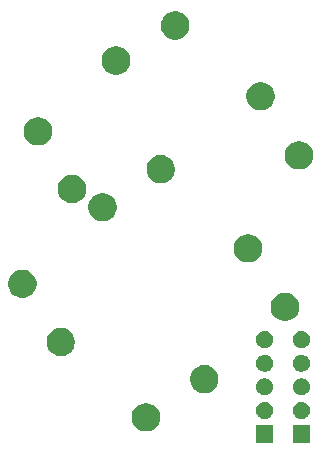
<source format=gbr>
G04 #@! TF.GenerationSoftware,KiCad,Pcbnew,(5.1.5)-3*
G04 #@! TF.CreationDate,2020-02-19T11:06:12+01:00*
G04 #@! TF.ProjectId,EM7SEG_DRIVER,454d3753-4547-45f4-9452-495645522e6b,rev?*
G04 #@! TF.SameCoordinates,Original*
G04 #@! TF.FileFunction,Soldermask,Top*
G04 #@! TF.FilePolarity,Negative*
%FSLAX46Y46*%
G04 Gerber Fmt 4.6, Leading zero omitted, Abs format (unit mm)*
G04 Created by KiCad (PCBNEW (5.1.5)-3) date 2020-02-19 11:06:12*
%MOMM*%
%LPD*%
G04 APERTURE LIST*
%ADD10C,0.100000*%
G04 APERTURE END LIST*
D10*
G36*
X51627600Y-64607000D02*
G01*
X50175600Y-64607000D01*
X50175600Y-63155000D01*
X51627600Y-63155000D01*
X51627600Y-64607000D01*
G37*
G36*
X48528800Y-64607000D02*
G01*
X47076800Y-64607000D01*
X47076800Y-63155000D01*
X48528800Y-63155000D01*
X48528800Y-64607000D01*
G37*
G36*
X38107418Y-61303753D02*
G01*
X38325985Y-61394287D01*
X38325987Y-61394288D01*
X38522693Y-61525722D01*
X38689978Y-61693007D01*
X38767812Y-61809495D01*
X38821413Y-61889715D01*
X38911947Y-62108282D01*
X38958100Y-62340310D01*
X38958100Y-62576890D01*
X38911947Y-62808918D01*
X38821413Y-63027485D01*
X38821412Y-63027487D01*
X38689978Y-63224193D01*
X38522693Y-63391478D01*
X38325987Y-63522912D01*
X38325986Y-63522913D01*
X38325985Y-63522913D01*
X38107418Y-63613447D01*
X37875390Y-63659600D01*
X37638810Y-63659600D01*
X37406782Y-63613447D01*
X37188215Y-63522913D01*
X37188214Y-63522913D01*
X37188213Y-63522912D01*
X36991507Y-63391478D01*
X36824222Y-63224193D01*
X36692788Y-63027487D01*
X36692787Y-63027485D01*
X36602253Y-62808918D01*
X36556100Y-62576890D01*
X36556100Y-62340310D01*
X36602253Y-62108282D01*
X36692787Y-61889715D01*
X36746388Y-61809495D01*
X36824222Y-61693007D01*
X36991507Y-61525722D01*
X37188213Y-61394288D01*
X37188215Y-61394287D01*
X37406782Y-61303753D01*
X37638810Y-61257600D01*
X37875390Y-61257600D01*
X38107418Y-61303753D01*
G37*
G36*
X51113366Y-61182899D02*
G01*
X51245488Y-61237626D01*
X51245490Y-61237627D01*
X51364398Y-61317079D01*
X51465521Y-61418202D01*
X51544973Y-61537110D01*
X51544974Y-61537112D01*
X51599701Y-61669234D01*
X51627600Y-61809494D01*
X51627600Y-61952506D01*
X51599701Y-62092766D01*
X51544974Y-62224888D01*
X51544973Y-62224890D01*
X51465521Y-62343798D01*
X51364398Y-62444921D01*
X51245490Y-62524373D01*
X51245489Y-62524374D01*
X51245488Y-62524374D01*
X51113366Y-62579101D01*
X50973106Y-62607000D01*
X50830094Y-62607000D01*
X50689834Y-62579101D01*
X50557712Y-62524374D01*
X50557711Y-62524374D01*
X50557710Y-62524373D01*
X50438802Y-62444921D01*
X50337679Y-62343798D01*
X50258227Y-62224890D01*
X50258226Y-62224888D01*
X50203499Y-62092766D01*
X50175600Y-61952506D01*
X50175600Y-61809494D01*
X50203499Y-61669234D01*
X50258226Y-61537112D01*
X50258227Y-61537110D01*
X50337679Y-61418202D01*
X50438802Y-61317079D01*
X50557710Y-61237627D01*
X50557712Y-61237626D01*
X50689834Y-61182899D01*
X50830094Y-61155000D01*
X50973106Y-61155000D01*
X51113366Y-61182899D01*
G37*
G36*
X48014566Y-61182899D02*
G01*
X48146688Y-61237626D01*
X48146690Y-61237627D01*
X48265598Y-61317079D01*
X48366721Y-61418202D01*
X48446173Y-61537110D01*
X48446174Y-61537112D01*
X48500901Y-61669234D01*
X48528800Y-61809494D01*
X48528800Y-61952506D01*
X48500901Y-62092766D01*
X48446174Y-62224888D01*
X48446173Y-62224890D01*
X48366721Y-62343798D01*
X48265598Y-62444921D01*
X48146690Y-62524373D01*
X48146689Y-62524374D01*
X48146688Y-62524374D01*
X48014566Y-62579101D01*
X47874306Y-62607000D01*
X47731294Y-62607000D01*
X47591034Y-62579101D01*
X47458912Y-62524374D01*
X47458911Y-62524374D01*
X47458910Y-62524373D01*
X47340002Y-62444921D01*
X47238879Y-62343798D01*
X47159427Y-62224890D01*
X47159426Y-62224888D01*
X47104699Y-62092766D01*
X47076800Y-61952506D01*
X47076800Y-61809494D01*
X47104699Y-61669234D01*
X47159426Y-61537112D01*
X47159427Y-61537110D01*
X47238879Y-61418202D01*
X47340002Y-61317079D01*
X47458910Y-61237627D01*
X47458912Y-61237626D01*
X47591034Y-61182899D01*
X47731294Y-61155000D01*
X47874306Y-61155000D01*
X48014566Y-61182899D01*
G37*
G36*
X48014566Y-59182899D02*
G01*
X48146688Y-59237626D01*
X48146690Y-59237627D01*
X48265598Y-59317079D01*
X48366721Y-59418202D01*
X48366722Y-59418204D01*
X48446174Y-59537112D01*
X48500901Y-59669234D01*
X48528800Y-59809494D01*
X48528800Y-59952506D01*
X48500901Y-60092766D01*
X48446174Y-60224888D01*
X48446173Y-60224890D01*
X48366721Y-60343798D01*
X48265598Y-60444921D01*
X48146690Y-60524373D01*
X48146689Y-60524374D01*
X48146688Y-60524374D01*
X48014566Y-60579101D01*
X47874306Y-60607000D01*
X47731294Y-60607000D01*
X47591034Y-60579101D01*
X47458912Y-60524374D01*
X47458911Y-60524374D01*
X47458910Y-60524373D01*
X47340002Y-60444921D01*
X47238879Y-60343798D01*
X47159427Y-60224890D01*
X47159426Y-60224888D01*
X47104699Y-60092766D01*
X47076800Y-59952506D01*
X47076800Y-59809494D01*
X47104699Y-59669234D01*
X47159426Y-59537112D01*
X47238878Y-59418204D01*
X47238879Y-59418202D01*
X47340002Y-59317079D01*
X47458910Y-59237627D01*
X47458912Y-59237626D01*
X47591034Y-59182899D01*
X47731294Y-59155000D01*
X47874306Y-59155000D01*
X48014566Y-59182899D01*
G37*
G36*
X51113366Y-59182899D02*
G01*
X51245488Y-59237626D01*
X51245490Y-59237627D01*
X51364398Y-59317079D01*
X51465521Y-59418202D01*
X51465522Y-59418204D01*
X51544974Y-59537112D01*
X51599701Y-59669234D01*
X51627600Y-59809494D01*
X51627600Y-59952506D01*
X51599701Y-60092766D01*
X51544974Y-60224888D01*
X51544973Y-60224890D01*
X51465521Y-60343798D01*
X51364398Y-60444921D01*
X51245490Y-60524373D01*
X51245489Y-60524374D01*
X51245488Y-60524374D01*
X51113366Y-60579101D01*
X50973106Y-60607000D01*
X50830094Y-60607000D01*
X50689834Y-60579101D01*
X50557712Y-60524374D01*
X50557711Y-60524374D01*
X50557710Y-60524373D01*
X50438802Y-60444921D01*
X50337679Y-60343798D01*
X50258227Y-60224890D01*
X50258226Y-60224888D01*
X50203499Y-60092766D01*
X50175600Y-59952506D01*
X50175600Y-59809494D01*
X50203499Y-59669234D01*
X50258226Y-59537112D01*
X50337678Y-59418204D01*
X50337679Y-59418202D01*
X50438802Y-59317079D01*
X50557710Y-59237627D01*
X50557712Y-59237626D01*
X50689834Y-59182899D01*
X50830094Y-59155000D01*
X50973106Y-59155000D01*
X51113366Y-59182899D01*
G37*
G36*
X43035018Y-58077953D02*
G01*
X43253585Y-58168487D01*
X43253587Y-58168488D01*
X43450293Y-58299922D01*
X43617578Y-58467207D01*
X43710984Y-58607000D01*
X43749013Y-58663915D01*
X43839547Y-58882482D01*
X43885700Y-59114510D01*
X43885700Y-59351090D01*
X43839547Y-59583118D01*
X43803876Y-59669234D01*
X43749012Y-59801687D01*
X43617578Y-59998393D01*
X43450293Y-60165678D01*
X43253587Y-60297112D01*
X43253586Y-60297113D01*
X43253585Y-60297113D01*
X43035018Y-60387647D01*
X42802990Y-60433800D01*
X42566410Y-60433800D01*
X42334382Y-60387647D01*
X42115815Y-60297113D01*
X42115814Y-60297113D01*
X42115813Y-60297112D01*
X41919107Y-60165678D01*
X41751822Y-59998393D01*
X41620388Y-59801687D01*
X41565524Y-59669234D01*
X41529853Y-59583118D01*
X41483700Y-59351090D01*
X41483700Y-59114510D01*
X41529853Y-58882482D01*
X41620387Y-58663915D01*
X41658416Y-58607000D01*
X41751822Y-58467207D01*
X41919107Y-58299922D01*
X42115813Y-58168488D01*
X42115815Y-58168487D01*
X42334382Y-58077953D01*
X42566410Y-58031800D01*
X42802990Y-58031800D01*
X43035018Y-58077953D01*
G37*
G36*
X51113366Y-57182899D02*
G01*
X51245488Y-57237626D01*
X51245490Y-57237627D01*
X51364398Y-57317079D01*
X51465521Y-57418202D01*
X51465522Y-57418204D01*
X51544974Y-57537112D01*
X51599701Y-57669234D01*
X51627600Y-57809494D01*
X51627600Y-57952506D01*
X51599701Y-58092766D01*
X51544974Y-58224888D01*
X51544973Y-58224890D01*
X51465521Y-58343798D01*
X51364398Y-58444921D01*
X51245490Y-58524373D01*
X51245489Y-58524374D01*
X51245488Y-58524374D01*
X51113366Y-58579101D01*
X50973106Y-58607000D01*
X50830094Y-58607000D01*
X50689834Y-58579101D01*
X50557712Y-58524374D01*
X50557711Y-58524374D01*
X50557710Y-58524373D01*
X50438802Y-58444921D01*
X50337679Y-58343798D01*
X50258227Y-58224890D01*
X50258226Y-58224888D01*
X50203499Y-58092766D01*
X50175600Y-57952506D01*
X50175600Y-57809494D01*
X50203499Y-57669234D01*
X50258226Y-57537112D01*
X50337678Y-57418204D01*
X50337679Y-57418202D01*
X50438802Y-57317079D01*
X50557710Y-57237627D01*
X50557712Y-57237626D01*
X50689834Y-57182899D01*
X50830094Y-57155000D01*
X50973106Y-57155000D01*
X51113366Y-57182899D01*
G37*
G36*
X48014566Y-57182899D02*
G01*
X48146688Y-57237626D01*
X48146690Y-57237627D01*
X48265598Y-57317079D01*
X48366721Y-57418202D01*
X48366722Y-57418204D01*
X48446174Y-57537112D01*
X48500901Y-57669234D01*
X48528800Y-57809494D01*
X48528800Y-57952506D01*
X48500901Y-58092766D01*
X48446174Y-58224888D01*
X48446173Y-58224890D01*
X48366721Y-58343798D01*
X48265598Y-58444921D01*
X48146690Y-58524373D01*
X48146689Y-58524374D01*
X48146688Y-58524374D01*
X48014566Y-58579101D01*
X47874306Y-58607000D01*
X47731294Y-58607000D01*
X47591034Y-58579101D01*
X47458912Y-58524374D01*
X47458911Y-58524374D01*
X47458910Y-58524373D01*
X47340002Y-58444921D01*
X47238879Y-58343798D01*
X47159427Y-58224890D01*
X47159426Y-58224888D01*
X47104699Y-58092766D01*
X47076800Y-57952506D01*
X47076800Y-57809494D01*
X47104699Y-57669234D01*
X47159426Y-57537112D01*
X47238878Y-57418204D01*
X47238879Y-57418202D01*
X47340002Y-57317079D01*
X47458910Y-57237627D01*
X47458912Y-57237626D01*
X47591034Y-57182899D01*
X47731294Y-57155000D01*
X47874306Y-57155000D01*
X48014566Y-57182899D01*
G37*
G36*
X30893818Y-54928353D02*
G01*
X31112385Y-55018887D01*
X31112387Y-55018888D01*
X31309093Y-55150322D01*
X31476378Y-55317607D01*
X31543593Y-55418202D01*
X31607813Y-55514315D01*
X31698347Y-55732882D01*
X31744500Y-55964910D01*
X31744500Y-56201490D01*
X31698347Y-56433518D01*
X31638044Y-56579101D01*
X31607812Y-56652087D01*
X31476378Y-56848793D01*
X31309093Y-57016078D01*
X31112387Y-57147512D01*
X31112386Y-57147513D01*
X31112385Y-57147513D01*
X30893818Y-57238047D01*
X30661790Y-57284200D01*
X30425210Y-57284200D01*
X30193182Y-57238047D01*
X29974615Y-57147513D01*
X29974614Y-57147513D01*
X29974613Y-57147512D01*
X29777907Y-57016078D01*
X29610622Y-56848793D01*
X29479188Y-56652087D01*
X29448956Y-56579101D01*
X29388653Y-56433518D01*
X29342500Y-56201490D01*
X29342500Y-55964910D01*
X29388653Y-55732882D01*
X29479187Y-55514315D01*
X29543407Y-55418202D01*
X29610622Y-55317607D01*
X29777907Y-55150322D01*
X29974613Y-55018888D01*
X29974615Y-55018887D01*
X30193182Y-54928353D01*
X30425210Y-54882200D01*
X30661790Y-54882200D01*
X30893818Y-54928353D01*
G37*
G36*
X51113366Y-55182899D02*
G01*
X51245488Y-55237626D01*
X51245490Y-55237627D01*
X51364398Y-55317079D01*
X51465521Y-55418202D01*
X51544973Y-55537110D01*
X51544974Y-55537112D01*
X51599701Y-55669234D01*
X51627600Y-55809494D01*
X51627600Y-55952506D01*
X51599701Y-56092766D01*
X51544974Y-56224888D01*
X51544973Y-56224890D01*
X51465521Y-56343798D01*
X51364398Y-56444921D01*
X51245490Y-56524373D01*
X51245489Y-56524374D01*
X51245488Y-56524374D01*
X51113366Y-56579101D01*
X50973106Y-56607000D01*
X50830094Y-56607000D01*
X50689834Y-56579101D01*
X50557712Y-56524374D01*
X50557711Y-56524374D01*
X50557710Y-56524373D01*
X50438802Y-56444921D01*
X50337679Y-56343798D01*
X50258227Y-56224890D01*
X50258226Y-56224888D01*
X50203499Y-56092766D01*
X50175600Y-55952506D01*
X50175600Y-55809494D01*
X50203499Y-55669234D01*
X50258226Y-55537112D01*
X50258227Y-55537110D01*
X50337679Y-55418202D01*
X50438802Y-55317079D01*
X50557710Y-55237627D01*
X50557712Y-55237626D01*
X50689834Y-55182899D01*
X50830094Y-55155000D01*
X50973106Y-55155000D01*
X51113366Y-55182899D01*
G37*
G36*
X48014566Y-55182899D02*
G01*
X48146688Y-55237626D01*
X48146690Y-55237627D01*
X48265598Y-55317079D01*
X48366721Y-55418202D01*
X48446173Y-55537110D01*
X48446174Y-55537112D01*
X48500901Y-55669234D01*
X48528800Y-55809494D01*
X48528800Y-55952506D01*
X48500901Y-56092766D01*
X48446174Y-56224888D01*
X48446173Y-56224890D01*
X48366721Y-56343798D01*
X48265598Y-56444921D01*
X48146690Y-56524373D01*
X48146689Y-56524374D01*
X48146688Y-56524374D01*
X48014566Y-56579101D01*
X47874306Y-56607000D01*
X47731294Y-56607000D01*
X47591034Y-56579101D01*
X47458912Y-56524374D01*
X47458911Y-56524374D01*
X47458910Y-56524373D01*
X47340002Y-56444921D01*
X47238879Y-56343798D01*
X47159427Y-56224890D01*
X47159426Y-56224888D01*
X47104699Y-56092766D01*
X47076800Y-55952506D01*
X47076800Y-55809494D01*
X47104699Y-55669234D01*
X47159426Y-55537112D01*
X47159427Y-55537110D01*
X47238879Y-55418202D01*
X47340002Y-55317079D01*
X47458910Y-55237627D01*
X47458912Y-55237626D01*
X47591034Y-55182899D01*
X47731294Y-55155000D01*
X47874306Y-55155000D01*
X48014566Y-55182899D01*
G37*
G36*
X49867618Y-51956553D02*
G01*
X50086185Y-52047087D01*
X50086187Y-52047088D01*
X50282893Y-52178522D01*
X50450178Y-52345807D01*
X50581612Y-52542513D01*
X50581613Y-52542515D01*
X50672147Y-52761082D01*
X50718300Y-52993110D01*
X50718300Y-53229690D01*
X50672147Y-53461718D01*
X50581613Y-53680285D01*
X50581612Y-53680287D01*
X50450178Y-53876993D01*
X50282893Y-54044278D01*
X50086187Y-54175712D01*
X50086186Y-54175713D01*
X50086185Y-54175713D01*
X49867618Y-54266247D01*
X49635590Y-54312400D01*
X49399010Y-54312400D01*
X49166982Y-54266247D01*
X48948415Y-54175713D01*
X48948414Y-54175713D01*
X48948413Y-54175712D01*
X48751707Y-54044278D01*
X48584422Y-53876993D01*
X48452988Y-53680287D01*
X48452987Y-53680285D01*
X48362453Y-53461718D01*
X48316300Y-53229690D01*
X48316300Y-52993110D01*
X48362453Y-52761082D01*
X48452987Y-52542515D01*
X48452988Y-52542513D01*
X48584422Y-52345807D01*
X48751707Y-52178522D01*
X48948413Y-52047088D01*
X48948415Y-52047087D01*
X49166982Y-51956553D01*
X49399010Y-51910400D01*
X49635590Y-51910400D01*
X49867618Y-51956553D01*
G37*
G36*
X27642618Y-50000753D02*
G01*
X27861185Y-50091287D01*
X27861187Y-50091288D01*
X28057893Y-50222722D01*
X28225178Y-50390007D01*
X28356612Y-50586713D01*
X28356613Y-50586715D01*
X28447147Y-50805282D01*
X28493300Y-51037310D01*
X28493300Y-51273890D01*
X28447147Y-51505918D01*
X28356613Y-51724485D01*
X28356612Y-51724487D01*
X28225178Y-51921193D01*
X28057893Y-52088478D01*
X27861187Y-52219912D01*
X27861186Y-52219913D01*
X27861185Y-52219913D01*
X27642618Y-52310447D01*
X27410590Y-52356600D01*
X27174010Y-52356600D01*
X26941982Y-52310447D01*
X26723415Y-52219913D01*
X26723414Y-52219913D01*
X26723413Y-52219912D01*
X26526707Y-52088478D01*
X26359422Y-51921193D01*
X26227988Y-51724487D01*
X26227987Y-51724485D01*
X26137453Y-51505918D01*
X26091300Y-51273890D01*
X26091300Y-51037310D01*
X26137453Y-50805282D01*
X26227987Y-50586715D01*
X26227988Y-50586713D01*
X26359422Y-50390007D01*
X26526707Y-50222722D01*
X26723413Y-50091288D01*
X26723415Y-50091287D01*
X26941982Y-50000753D01*
X27174010Y-49954600D01*
X27410590Y-49954600D01*
X27642618Y-50000753D01*
G37*
G36*
X46743418Y-47003553D02*
G01*
X46961985Y-47094087D01*
X46961987Y-47094088D01*
X47158693Y-47225522D01*
X47325978Y-47392807D01*
X47457412Y-47589513D01*
X47457413Y-47589515D01*
X47547947Y-47808082D01*
X47594100Y-48040110D01*
X47594100Y-48276690D01*
X47547947Y-48508718D01*
X47457413Y-48727285D01*
X47457412Y-48727287D01*
X47325978Y-48923993D01*
X47158693Y-49091278D01*
X46961987Y-49222712D01*
X46961986Y-49222713D01*
X46961985Y-49222713D01*
X46743418Y-49313247D01*
X46511390Y-49359400D01*
X46274810Y-49359400D01*
X46042782Y-49313247D01*
X45824215Y-49222713D01*
X45824214Y-49222713D01*
X45824213Y-49222712D01*
X45627507Y-49091278D01*
X45460222Y-48923993D01*
X45328788Y-48727287D01*
X45328787Y-48727285D01*
X45238253Y-48508718D01*
X45192100Y-48276690D01*
X45192100Y-48040110D01*
X45238253Y-47808082D01*
X45328787Y-47589515D01*
X45328788Y-47589513D01*
X45460222Y-47392807D01*
X45627507Y-47225522D01*
X45824213Y-47094088D01*
X45824215Y-47094087D01*
X46042782Y-47003553D01*
X46274810Y-46957400D01*
X46511390Y-46957400D01*
X46743418Y-47003553D01*
G37*
G36*
X34424418Y-43523753D02*
G01*
X34642985Y-43614287D01*
X34642987Y-43614288D01*
X34839693Y-43745722D01*
X35006978Y-43913007D01*
X35106583Y-44062078D01*
X35138413Y-44109715D01*
X35228947Y-44328282D01*
X35275100Y-44560310D01*
X35275100Y-44796890D01*
X35228947Y-45028918D01*
X35138413Y-45247485D01*
X35138412Y-45247487D01*
X35006978Y-45444193D01*
X34839693Y-45611478D01*
X34642987Y-45742912D01*
X34642986Y-45742913D01*
X34642985Y-45742913D01*
X34424418Y-45833447D01*
X34192390Y-45879600D01*
X33955810Y-45879600D01*
X33723782Y-45833447D01*
X33505215Y-45742913D01*
X33505214Y-45742913D01*
X33505213Y-45742912D01*
X33308507Y-45611478D01*
X33141222Y-45444193D01*
X33009788Y-45247487D01*
X33009787Y-45247485D01*
X32919253Y-45028918D01*
X32873100Y-44796890D01*
X32873100Y-44560310D01*
X32919253Y-44328282D01*
X33009787Y-44109715D01*
X33041617Y-44062078D01*
X33141222Y-43913007D01*
X33308507Y-43745722D01*
X33505213Y-43614288D01*
X33505215Y-43614287D01*
X33723782Y-43523753D01*
X33955810Y-43477600D01*
X34192390Y-43477600D01*
X34424418Y-43523753D01*
G37*
G36*
X31833618Y-41974353D02*
G01*
X32052185Y-42064887D01*
X32052187Y-42064888D01*
X32248893Y-42196322D01*
X32416178Y-42363607D01*
X32547612Y-42560313D01*
X32547613Y-42560315D01*
X32638147Y-42778882D01*
X32684300Y-43010910D01*
X32684300Y-43247490D01*
X32638147Y-43479518D01*
X32582323Y-43614287D01*
X32547612Y-43698087D01*
X32416178Y-43894793D01*
X32248893Y-44062078D01*
X32052187Y-44193512D01*
X32052186Y-44193513D01*
X32052185Y-44193513D01*
X31833618Y-44284047D01*
X31601590Y-44330200D01*
X31365010Y-44330200D01*
X31132982Y-44284047D01*
X30914415Y-44193513D01*
X30914414Y-44193513D01*
X30914413Y-44193512D01*
X30717707Y-44062078D01*
X30550422Y-43894793D01*
X30418988Y-43698087D01*
X30384277Y-43614287D01*
X30328453Y-43479518D01*
X30282300Y-43247490D01*
X30282300Y-43010910D01*
X30328453Y-42778882D01*
X30418987Y-42560315D01*
X30418988Y-42560313D01*
X30550422Y-42363607D01*
X30717707Y-42196322D01*
X30914413Y-42064888D01*
X30914415Y-42064887D01*
X31132982Y-41974353D01*
X31365010Y-41928200D01*
X31601590Y-41928200D01*
X31833618Y-41974353D01*
G37*
G36*
X39352018Y-40297953D02*
G01*
X39570585Y-40388487D01*
X39570587Y-40388488D01*
X39767293Y-40519922D01*
X39934578Y-40687207D01*
X40045547Y-40853285D01*
X40066013Y-40883915D01*
X40156547Y-41102482D01*
X40202700Y-41334510D01*
X40202700Y-41571090D01*
X40156547Y-41803118D01*
X40085618Y-41974354D01*
X40066012Y-42021687D01*
X39934578Y-42218393D01*
X39767293Y-42385678D01*
X39570587Y-42517112D01*
X39570586Y-42517113D01*
X39570585Y-42517113D01*
X39352018Y-42607647D01*
X39119990Y-42653800D01*
X38883410Y-42653800D01*
X38651382Y-42607647D01*
X38432815Y-42517113D01*
X38432814Y-42517113D01*
X38432813Y-42517112D01*
X38236107Y-42385678D01*
X38068822Y-42218393D01*
X37937388Y-42021687D01*
X37917782Y-41974354D01*
X37846853Y-41803118D01*
X37800700Y-41571090D01*
X37800700Y-41334510D01*
X37846853Y-41102482D01*
X37937387Y-40883915D01*
X37957853Y-40853285D01*
X38068822Y-40687207D01*
X38236107Y-40519922D01*
X38432813Y-40388488D01*
X38432815Y-40388487D01*
X38651382Y-40297953D01*
X38883410Y-40251800D01*
X39119990Y-40251800D01*
X39352018Y-40297953D01*
G37*
G36*
X51061418Y-39129553D02*
G01*
X51279985Y-39220087D01*
X51279987Y-39220088D01*
X51476693Y-39351522D01*
X51643978Y-39518807D01*
X51775412Y-39715513D01*
X51775413Y-39715515D01*
X51865947Y-39934082D01*
X51912100Y-40166110D01*
X51912100Y-40402690D01*
X51865947Y-40634718D01*
X51775413Y-40853285D01*
X51775412Y-40853287D01*
X51643978Y-41049993D01*
X51476693Y-41217278D01*
X51279987Y-41348712D01*
X51279986Y-41348713D01*
X51279985Y-41348713D01*
X51061418Y-41439247D01*
X50829390Y-41485400D01*
X50592810Y-41485400D01*
X50360782Y-41439247D01*
X50142215Y-41348713D01*
X50142214Y-41348713D01*
X50142213Y-41348712D01*
X49945507Y-41217278D01*
X49778222Y-41049993D01*
X49646788Y-40853287D01*
X49646787Y-40853285D01*
X49556253Y-40634718D01*
X49510100Y-40402690D01*
X49510100Y-40166110D01*
X49556253Y-39934082D01*
X49646787Y-39715515D01*
X49646788Y-39715513D01*
X49778222Y-39518807D01*
X49945507Y-39351522D01*
X50142213Y-39220088D01*
X50142215Y-39220087D01*
X50360782Y-39129553D01*
X50592810Y-39083400D01*
X50829390Y-39083400D01*
X51061418Y-39129553D01*
G37*
G36*
X28963418Y-37097553D02*
G01*
X29181985Y-37188087D01*
X29181987Y-37188088D01*
X29378693Y-37319522D01*
X29545978Y-37486807D01*
X29677412Y-37683513D01*
X29677413Y-37683515D01*
X29767947Y-37902082D01*
X29814100Y-38134110D01*
X29814100Y-38370690D01*
X29767947Y-38602718D01*
X29677413Y-38821285D01*
X29677412Y-38821287D01*
X29545978Y-39017993D01*
X29378693Y-39185278D01*
X29181987Y-39316712D01*
X29181986Y-39316713D01*
X29181985Y-39316713D01*
X28963418Y-39407247D01*
X28731390Y-39453400D01*
X28494810Y-39453400D01*
X28262782Y-39407247D01*
X28044215Y-39316713D01*
X28044214Y-39316713D01*
X28044213Y-39316712D01*
X27847507Y-39185278D01*
X27680222Y-39017993D01*
X27548788Y-38821287D01*
X27548787Y-38821285D01*
X27458253Y-38602718D01*
X27412100Y-38370690D01*
X27412100Y-38134110D01*
X27458253Y-37902082D01*
X27548787Y-37683515D01*
X27548788Y-37683513D01*
X27680222Y-37486807D01*
X27847507Y-37319522D01*
X28044213Y-37188088D01*
X28044215Y-37188087D01*
X28262782Y-37097553D01*
X28494810Y-37051400D01*
X28731390Y-37051400D01*
X28963418Y-37097553D01*
G37*
G36*
X47810218Y-34125753D02*
G01*
X48028785Y-34216287D01*
X48028787Y-34216288D01*
X48225493Y-34347722D01*
X48392778Y-34515007D01*
X48524212Y-34711713D01*
X48524213Y-34711715D01*
X48614747Y-34930282D01*
X48660900Y-35162310D01*
X48660900Y-35398890D01*
X48614747Y-35630918D01*
X48524213Y-35849485D01*
X48524212Y-35849487D01*
X48392778Y-36046193D01*
X48225493Y-36213478D01*
X48028787Y-36344912D01*
X48028786Y-36344913D01*
X48028785Y-36344913D01*
X47810218Y-36435447D01*
X47578190Y-36481600D01*
X47341610Y-36481600D01*
X47109582Y-36435447D01*
X46891015Y-36344913D01*
X46891014Y-36344913D01*
X46891013Y-36344912D01*
X46694307Y-36213478D01*
X46527022Y-36046193D01*
X46395588Y-35849487D01*
X46395587Y-35849485D01*
X46305053Y-35630918D01*
X46258900Y-35398890D01*
X46258900Y-35162310D01*
X46305053Y-34930282D01*
X46395587Y-34711715D01*
X46395588Y-34711713D01*
X46527022Y-34515007D01*
X46694307Y-34347722D01*
X46891013Y-34216288D01*
X46891015Y-34216287D01*
X47109582Y-34125753D01*
X47341610Y-34079600D01*
X47578190Y-34079600D01*
X47810218Y-34125753D01*
G37*
G36*
X35567418Y-31103153D02*
G01*
X35785985Y-31193687D01*
X35785987Y-31193688D01*
X35982693Y-31325122D01*
X36149978Y-31492407D01*
X36281412Y-31689113D01*
X36281413Y-31689115D01*
X36371947Y-31907682D01*
X36418100Y-32139710D01*
X36418100Y-32376290D01*
X36371947Y-32608318D01*
X36281413Y-32826885D01*
X36281412Y-32826887D01*
X36149978Y-33023593D01*
X35982693Y-33190878D01*
X35785987Y-33322312D01*
X35785986Y-33322313D01*
X35785985Y-33322313D01*
X35567418Y-33412847D01*
X35335390Y-33459000D01*
X35098810Y-33459000D01*
X34866782Y-33412847D01*
X34648215Y-33322313D01*
X34648214Y-33322313D01*
X34648213Y-33322312D01*
X34451507Y-33190878D01*
X34284222Y-33023593D01*
X34152788Y-32826887D01*
X34152787Y-32826885D01*
X34062253Y-32608318D01*
X34016100Y-32376290D01*
X34016100Y-32139710D01*
X34062253Y-31907682D01*
X34152787Y-31689115D01*
X34152788Y-31689113D01*
X34284222Y-31492407D01*
X34451507Y-31325122D01*
X34648213Y-31193688D01*
X34648215Y-31193687D01*
X34866782Y-31103153D01*
X35098810Y-31057000D01*
X35335390Y-31057000D01*
X35567418Y-31103153D01*
G37*
G36*
X40571218Y-28131353D02*
G01*
X40789785Y-28221887D01*
X40789787Y-28221888D01*
X40986493Y-28353322D01*
X41153778Y-28520607D01*
X41285212Y-28717313D01*
X41285213Y-28717315D01*
X41375747Y-28935882D01*
X41421900Y-29167910D01*
X41421900Y-29404490D01*
X41375747Y-29636518D01*
X41285213Y-29855085D01*
X41285212Y-29855087D01*
X41153778Y-30051793D01*
X40986493Y-30219078D01*
X40789787Y-30350512D01*
X40789786Y-30350513D01*
X40789785Y-30350513D01*
X40571218Y-30441047D01*
X40339190Y-30487200D01*
X40102610Y-30487200D01*
X39870582Y-30441047D01*
X39652015Y-30350513D01*
X39652014Y-30350513D01*
X39652013Y-30350512D01*
X39455307Y-30219078D01*
X39288022Y-30051793D01*
X39156588Y-29855087D01*
X39156587Y-29855085D01*
X39066053Y-29636518D01*
X39019900Y-29404490D01*
X39019900Y-29167910D01*
X39066053Y-28935882D01*
X39156587Y-28717315D01*
X39156588Y-28717313D01*
X39288022Y-28520607D01*
X39455307Y-28353322D01*
X39652013Y-28221888D01*
X39652015Y-28221887D01*
X39870582Y-28131353D01*
X40102610Y-28085200D01*
X40339190Y-28085200D01*
X40571218Y-28131353D01*
G37*
M02*

</source>
